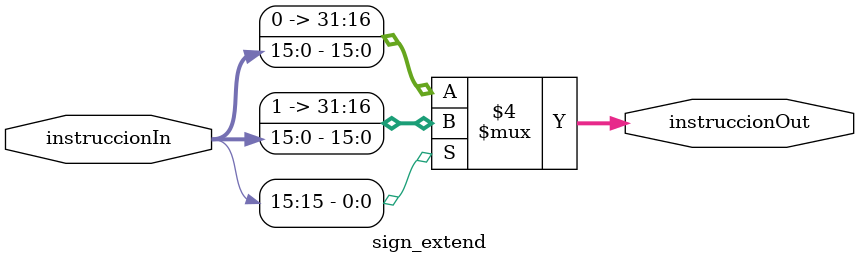
<source format=v>
`timescale 1ns/1ns

module sign_extend (
	input [15:0]instruccionIn,
	output reg[31:0]instruccionOut
);

always @* begin
	if (instruccionIn[15] == 1'b0) begin
		instruccionOut <= {16'b0000000000000000, instruccionIn};
	end
	else begin
		instruccionOut <= {16'b1111111111111111, instruccionIn};
	end
end

endmodule
</source>
